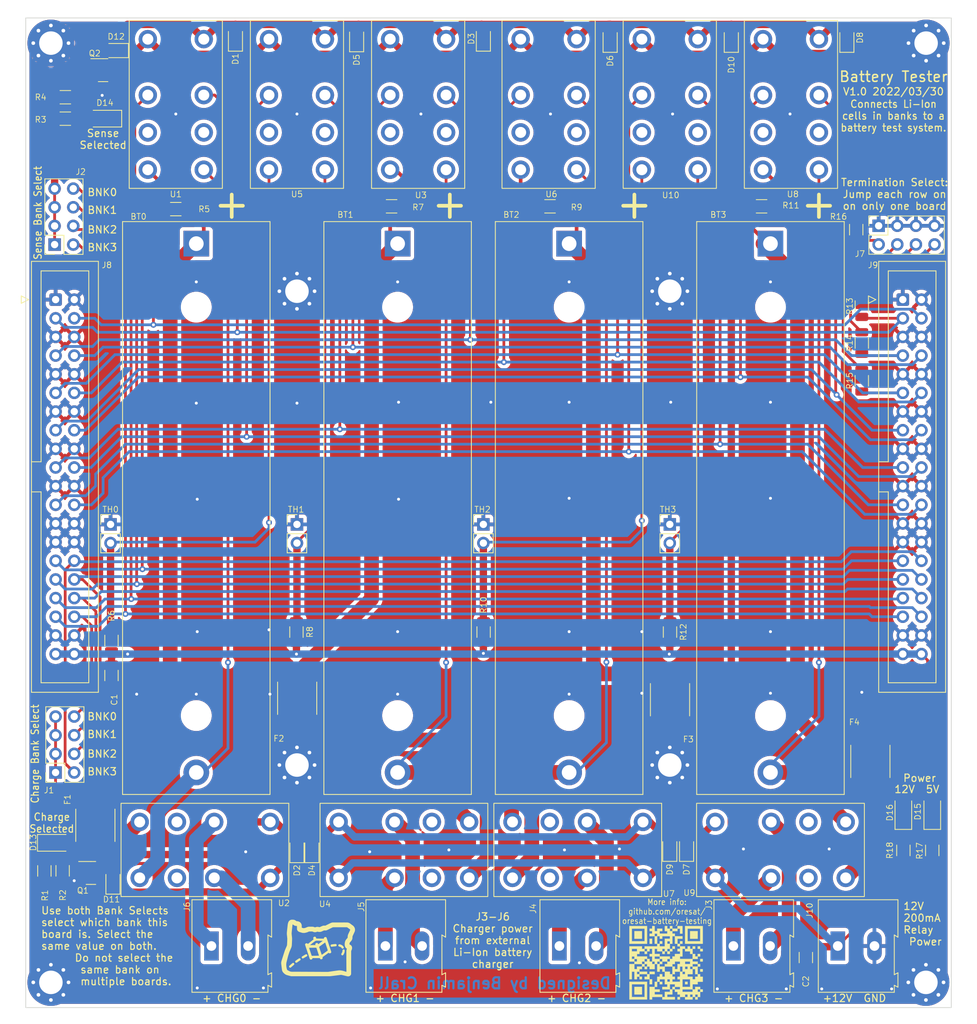
<source format=kicad_pcb>
(kicad_pcb (version 20211014) (generator pcbnew)
  (title_block (title "Battery Test Board") (rev "1.0") (company "Portaland State Aerospace Society") (comment 1 "For testing batteries for satelites"))
  (layers (0 "F.Cu" signal) (31 "B.Cu" signal) (34 "B.Paste" user) (35 "F.Paste" user) (36 "B.SilkS" user "B.Silkscreen") (37 "F.SilkS" user "F.Silkscreen") (38 "B.Mask" user) (39 "F.Mask" user) (44 "Edge.Cuts" user))
  (net 0 "")
  (net 1 "Net-(BT0-Pad1)")
  (net 2 "Net-(BT0-Pad2)")
  (net 3 "Net-(BT1-Pad1)")
  (net 4 "Net-(BT1-Pad2)")
  (net 5 "Net-(BT2-Pad1)")
  (net 6 "Net-(BT2-Pad2)")
  (net 7 "Net-(BT3-Pad1)")
  (net 8 "Net-(BT3-Pad2)")
  (net 9 "+5V")
  (net 10 "GND")
  (net 11 "Net-(D13-Pad1)")
  (net 12 "Net-(D13-Pad2)")
  (net 13 "Net-(F1-Pad2)")
  (net 14 "Net-(F2-Pad2)")
  (net 15 "Net-(F3-Pad2)")
  (net 16 "Net-(F4-Pad2)")
  (net 17 "bank_0c")
  (net 18 "bank_1c")
  (net 19 "bank_2c")
  (net 20 "bank_3c")
  (net 21 "bank_0m")
  (net 22 "bank_1m")
  (net 23 "bank_2m")
  (net 24 "bank_3m")
  (net 25 "charge_3+")
  (net 26 "charge_3-")
  (net 27 "charge_2+")
  (net 28 "charge_2-")
  (net 29 "charge_1+")
  (net 30 "charge_1-")
  (net 31 "charge_0+")
  (net 32 "charge_0-")
  (net 33 "batt_0+")
  (net 34 "batt_1+")
  (net 35 "batt_2+")
  (net 36 "batt_3+")
  (net 37 "batt_0t")
  (net 38 "batt_2t")
  (net 39 "batt_3t")
  (net 40 "batt_1t")
  (net 41 "batt_3-")
  (net 42 "batt_2-")
  (net 43 "batt_1-")
  (net 44 "batt_0-")
  (net 45 "relay_c")
  (net 46 "relay_s")
  (net 47 "Net-(R5-Pad2)")
  (net 48 "Net-(R7-Pad2)")
  (net 49 "Net-(R9-Pad2)")
  (net 50 "Net-(R11-Pad2)")
  (net 51 "Net-(R8-Pad1)")
  (net 52 "Net-(D14-Pad2)")
  (net 53 "Net-(J2-Pad1)")
  (net 54 "Net-(R6-Pad2)")
  (net 55 "Net-(R10-Pad2)")
  (net 56 "Net-(R12-Pad1)")
  (net 57 "+12V")
  (net 78 "Net-(J7-Pad4)")
  (net 79 "Net-(J7-Pad6)")
  (net 80 "Net-(J7-Pad8)")
  (net 81 "Net-(J7-Pad2)")
  (net 82 "Net-(D15-Pad1)")
  (net 83 "Net-(D16-Pad1)")
  (footprint "Resistor_SMD:R_1206_3216Metric" (layer "F.Cu") (at 30.3553 141.9232 90)
    (fp_text reference "R1")
    (fp_text value "4k7")
  )
  (footprint "relay:relay-dpdt-.3in" (layer "F.Cu") (at 65.373 137.795 90)
    (fp_text reference "U4")
    (fp_text value "relay")
  )
  (footprint "Resistor_SMD:R_1206_3216Metric" (layer "F.Cu") (at 141.732 65.024 90)
    (fp_text reference "R13")
    (fp_text value "1M")
  )
  (footprint "Package_TO_SOT_SMD:SOT-23" (layer "F.Cu") (at 36.7 142.2)
    (fp_text reference "Q1")
    (fp_text value "mosfet")
  )
  (footprint "TerminalBlock:TerminalBlock_Altech_AK300-2_P5.00mm" (layer "F.Cu") (at 100.528332 152.146)
    (fp_text reference "J4")
    (fp_text value "Screw_Terminal_01x02")
  )
  (footprint "Fuse:Fuse_2920_7451Metric" (layer "F.Cu") (at 142.9 127.0125 -90)
    (fp_text reference "F4")
    (fp_text value "Polyfuse 2A")
  )
  (footprint "LED_SMD:LED_1206_3216Metric" (layer "F.Cu") (at 38.605 39.497 180)
    (fp_text reference "D14")
    (fp_text value "Amber")
  )
  (footprint "thermister:thermister-solderin" (layer "F.Cu") (at 39.818 92.71)
    (fp_text reference "TH0")
    (fp_text value "Thermistor")
  )
  (footprint "relay:relay-dpdt-.3in" (layer "F.Cu") (at 116.999 140.335 -90)
    (fp_text reference "U7")
    (fp_text value "relay")
  )
  (footprint "Battery:BatteryHolder_MPD_BH-18650-PC2" (layer "F.Cu") (at 78.486 56.515 -90)
    (fp_text reference "BT1")
    (fp_text value "battery")
  )
  (footprint "Connector_IDC:IDC-Header_2x20_P2.54mm_Vertical" (layer "F.Cu") (at 31.8865 64.135)
    (fp_text reference "J8")
    (fp_text value "connector")
  )
  (footprint "relay:relay-dpdt-.3in" (layer "F.Cu") (at 116.681 137.795 90)
    (fp_text reference "U9")
    (fp_text value "relay")
  )
  (footprint "Resistor_SMD:R_1206_3216Metric" (layer "F.Cu") (at 33.2085 39.497)
    (fp_text reference "R3")
    (fp_text value "4k7")
  )
  (footprint "Resistor_SMD:R_1206_3216Metric" (layer "F.Cu") (at 141.732 70.0425 90)
    (fp_text reference "R14")
    (fp_text value "1M")
  )
  (footprint "MountingHole:MountingHole_3.2mm_M3_Pad_Via" (layer "F.Cu") (at 150.495 29.21)
    (fp_text reference "H2" hide)
    (fp_text value "MountingHole_Pad")
  )
  (footprint "MountingHole:MountingHole_3.2mm_M3_Pad_Via" (layer "F.Cu") (at 150.4696 157.099)
    (fp_text reference "H4" hide)
    (fp_text value "MountingHole_Pad")
  )
  (footprint "MountingHole:MountingHole_3.2mm_M3_Pad_Via" (layer "F.Cu") (at 31.242 29.21)
    (fp_text reference "H1" hide)
    (fp_text value "MountingHole_Pad")
  )
  (footprint "Resistor_SMD:R_1206_3216Metric" (layer "F.Cu") (at 90.2 109.4 90)
    (fp_text reference "R10")
    (fp_text value "510k")
  )
  (footprint "Diode_SMD:D_0805_2012Metric" (layer "F.Cu") (at 72.898 28.702 90)
    (fp_text reference "D5")
    (fp_text value "diode")
  )
  (footprint "Resistor_SMD:R_1206_3216Metric" (layer "F.Cu") (at 32.8445 141.9085 -90)
    (fp_text reference "R2")
    (fp_text value "10K")
  )
  (footprint "relay:relay-dpdt-.3in" (layer "F.Cu") (at 66.04 23.59)
    (fp_text reference "U5")
    (fp_text value "relay")
  )
  (footprint "Diode_SMD:D_0805_2012Metric" (layer "F.Cu") (at 115.57 138.938 90)
    (fp_text reference "D9")
    (fp_text value "diode")
  )
  (footprint "Connector_PinSocket_2.54mm:PinSocket_2x04_P2.54mm_Vertical" (layer "F.Cu") (at 144.028 54.082 90)
    (fp_text reference "J7")
    (fp_text value "Conn_02x04_Odd_Even")
  )
  (footprint "Fuse:Fuse_2920_7451Metric" (layer "F.Cu") (at 115.6 118.6125 -90)
    (fp_text reference "F3")
    (fp_text value "Polyfuse 2A")
  )
  (footprint "Resistor_SMD:R_1206_3216Metric" (layer "F.Cu") (at 48.26 51.816 180)
    (fp_text reference "R5")
    (fp_text value "470")
  )
  (footprint "Resistor_SMD:R_1206_3216Metric" (layer "F.Cu") (at 39.497 110.5515 90)
    (fp_text reference "R6")
    (fp_text value "510k")
  )
  (footprint "LED_SMD:LED_1206_3216Metric" (layer "F.Cu") (at 31.6985 138.0985)
    (fp_text reference "D13")
    (fp_text value "Amber")
  )
  (footprint "relay:relay-dpdt-.3in" (layer "F.Cu") (at 66.199 140.335 -90)
    (fp_text reference "U2")
    (fp_text value "relay")
  )
  (footprint "Battery:BatteryHolder_MPD_BH-18650-PC2" (layer "F.Cu") (at 51.054 56.515 -90)
    (fp_text reference "BT0")
    (fp_text value "battery")
  )
  (footprint "thermister:thermister-solderin" (layer "F.Cu") (at 90.618 92.71)
    (fp_text reference "TH2")
    (fp_text value "Thermistor")
  )
  (footprint "Connector_PinSocket_2.54mm:PinSocket_2x04_P2.54mm_Vertical" (layer "F.Cu") (at 31.75 56.642 180)
    (fp_text reference "J2")
    (fp_text value "Conn_02x04_Odd_Even")
  )
  (footprint "Resistor_SMD:R_1206_3216Metric" (layer "F.Cu") (at 128.0775 51.435)
    (fp_text reference "R11")
    (fp_text value "470")
  )
  (footprint "Resistor_SMD:R_1206_3216Metric" (layer "F.Cu") (at 141.732 75.184 90)
    (fp_text reference "R15")
    (fp_text value "1M")
  )
  (footprint "TerminalBlock:TerminalBlock_Altech_AK300-2_P5.00mm" (layer "F.Cu") (at 53.115 152.146)
    (fp_text reference "J6")
    (fp_text value "Screw_Terminal_01x02")
  )
  (footprint "Diode_SMD:D_0805_2012Metric" (layer "F.Cu") (at 107.442 28.7805 90)
    (fp_text reference "D6")
    (fp_text value "diode")
  )
  (footprint "Capacitor_SMD:C_1206_3216Metric" (layer "F.Cu") (at 39.497 115.316 -90)
    (fp_text reference "C1")
    (fp_text value "10u")
  )
  (footprint "Resistor_SMD:R_1206_3216Metric" (layer "F.Cu") (at 99.2525 51.435 180)
    (fp_text reference "R9")
    (fp_text value "470")
  )
  (footprint "Package_TO_SOT_SMD:SOT-23" (layer "F.Cu") (at 38.354 32.893)
    (fp_text reference "Q2")
    (fp_text value "mosfet")
  )
  (footprint "MountingHole:MountingHole_3.2mm_M3_Pad_Via" (layer "F.Cu") (at 115.57 62.992)
    (fp_text reference "H6" hide)
    (fp_text value "MountingHole_Pad")
  )
  (footprint "Fuse:Fuse_2920_7451Metric" (layer "F.Cu") (at 64.8 118.4125 -90)
    (fp_text reference "F2")
    (fp_text value "Polyfuse 2A")
  )
  (footprint "relay:relay-dpdt-.3in" (layer "F.Cu") (at 133.35 23.59)
    (fp_text reference "U8")
    (fp_text value "relay")
  )
  (footprint "Connector_IDC:IDC-Header_2x20_P2.54mm_Vertical" (layer "F.Cu") (at 147.32 64.135)
    (fp_text reference "J9")
    (fp_text value "connector")
  )
  (footprint "MountingHole:MountingHole_3.2mm_M3_Pad_Via" (layer "F.Cu") (at 64.77 127.508)
    (fp_text reference "H7" hide)
    (fp_text value "MountingHole_Pad")
  )
  (footprint "Diode_SMD:D_0805_2012Metric" (layer "F.Cu") (at 117.856 138.938 90)
    (fp_text reference "D7")
    (fp_text value "diode")
  )
  (footprint "Diode_SMD:D_0805_2012Metric" (layer "F.Cu") (at 56.388 28.6235 90)
    (fp_text reference "D1")
    (fp_text value "diode")
  )
  (footprint "LED_SMD:LED_1206_3216Metric" (layer "F.Cu") (at 151.3332 133.988 90)
    (fp_text reference "D15")
    (fp_text value "Green")
  )
  (footprint "Battery:BatteryHolder_MPD_BH-18650-PC2" (layer "F.Cu") (at 101.854 56.515 -90)
    (fp_text reference "BT2")
    (fp_text value "battery")
  )
  (footprint "MountingHole:MountingHole_3.2mm_M3_Pad_Via" (layer "F.Cu") (at 31.242 157.099)
    (fp_text reference "H3" hide)
    (fp_text value "MountingHole_Pad")
  )
  (footprint "Resistor_SMD:R_1206_3216Metric" (layer "F.Cu") (at 147.3962 139.1305 -90)
    (fp_text reference "R18")
    (fp_text value "10K")
  )
  (footprint "Resistor_SMD:R_1206_3216Metric" (layer "F.Cu") (at 77.6625 51.435)
    (fp_text reference "R7")
    (fp_text value "470")
  )
  (footprint "Diode_SMD:D_0805_2012Metric" (layer "F.Cu") (at 123.952 28.7805 90)
    (fp_text reference "D10")
    (fp_text value "diode")
  )
  (footprint "MountingHole:MountingHole_3.2mm_M3_Pad_Via" (layer "F.Cu") (at 64.77 62.992)
    (fp_text reference "H5" hide)
    (fp_text value "MountingHole_Pad")
  )
  (footprint "relay:relay-dpdt-.3in" (layer "F.Cu") (at 49.53 23.59)
    (fp_text reference "U1")
    (fp_text value "relay")
  )
  (footprint "TerminalBlock:TerminalBlock_Altech_AK300-2_P5.00mm" (layer "F.Cu") (at 138.459 152.146)
    (fp_text reference "J10")
    (fp_text value "Screw_Terminal_01x02")
  )
  (footprint "LED_SMD:LED_1206_3216Metric" (layer "F.Cu") (at 147.3962 133.988 90)
    (fp_text reference "D16")
    (fp_text value "Green")
  )
  (footprint "TerminalBlock:TerminalBlock_Altech_AK300-2_P5.00mm" (layer "F.Cu") (at 76.821666 152.146)
    (fp_text reference "J5")
    (fp_text value "Screw_Terminal_01x02")
  )
  (footprint "Fuse:Fuse_2920_7451Metric" (layer "F.Cu") (at 37.3 135.7125 -90)
    (fp_text reference "F1")
    (fp_text value "Polyfuse 2A")
  )
  (footprint "oresat-logo:github-oresat-battery-testing-qr" (layer "F.Cu") (at 115.062 154.432)
    (fp_text reference "REF**" hide)
    (fp_text value "github-oresat-battery-testing-qr")
  )
  (footprint "Resistor_SMD:R_1206_3216Metric" (layer "F.Cu") (at 115.6 109.4 -90)
    (fp_text reference "R12")
    (fp_text value "510k")
  )
  (footprint "Resistor_SMD:R_1206_3216Metric" (layer "F.Cu") (at 151.3332 139.1305 -90)
    (fp_text reference "R17")
    (fp_text value "4k7")
  )
  (footprint "thermister:thermister-solderin" (layer "F.Cu") (at 116.018 92.71)
    (fp_text reference "TH3")
    (fp_text value "Thermistor")
  )
  (footprint "thermister:thermister-solderin" (layer "F.Cu") (at 65.218 92.71)
    (fp_text reference "TH1")
    (fp_text value "Thermistor")
  )
  (footprint "Diode_SMD:D_0805_2012Metric" (layer "F.Cu") (at 90.17 28.6235 90)
    (fp_text reference "D3")
    (fp_text value "diode")
  )
  (footprint "Connector_PinSocket_2.54mm:PinSocket_2x04_P2.54mm_Vertical" (layer "F.Cu") (at 31.877 128.524 180)
    (fp_text reference "J1")
    (fp_text value "Conn_02x04_Odd_Even")
  )
  (footprint "Battery:BatteryHolder_MPD_BH-18650-PC2" (layer "F.Cu") (at 129.286 56.515 -90)
    (fp_text reference "BT3")
    (fp_text value "battery")
  )
  (footprint "Resistor_SMD:R_1206_3216Metric" (layer "F.Cu") (at 64.7 109.4 -90)
    (fp_text reference "R8")
    (fp_text value "510k")
  )
  (footprint "TerminalBlock:TerminalBlock_Altech_AK300-2_P5.00mm" (layer "F.Cu") (at 124.235 152.146)
    (fp_text reference "J3")
    (fp_text value "Screw_Terminal_01x02")
  )
  (footprint "relay:relay-dpdt-.3in" (layer "F.Cu") (at 116.84 23.59)
    (fp_text reference "U10")
    (fp_text value "relay")
  )
  (footprint "MountingHole:MountingHole_3.2mm_M3_Pad_Via" (layer "F.Cu") (at 115.57 127.508)
    (fp_text reference "H8" hide)
    (fp_text value "MountingHole_Pad")
  )
  (footprint "Diode_SMD:D_0805_2012Metric" (layer "F.Cu") (at 64.77 139.1135 90)
    (fp_text reference "D2")
    (fp_text value "diode")
  )
  (footprint "Resistor_SMD:R_1206_3216Metric" (layer "F.Cu") (at 33.2125 36.576)
    (fp_text reference "R4")
    (fp_text value "10K")
  )
  (footprint "Resistor_SMD:R_1206_3216Metric" (layer "F.Cu") (at 140.97 54.61 90)
    (fp_text reference "R16")
    (fp_text value "1M")
  )
  (footprint "Diode_SMD:D_0805_2012Metric" (layer "F.Cu") (at 39.7 143.4 90)
    (fp_text reference "D11")
    (fp_text value "diode")
  )
  (footprint "Diode_SMD:D_0805_2012Metric" (layer "F.Cu") (at 40.132 30.226 180)
    (fp_text reference "D12")
    (fp_text value "diode")
  )
  (footprint "Diode_SMD:D_0805_2012Metric" (layer "F.Cu") (at 66.802 139.1135 90)
    (fp_text reference "D4")
    (fp_text value "diode")
  )
  (footprint "Capacitor_SMD:C_1206_3216Metric" (layer "F.Cu") (at 134.112 153.719 -90)
    (fp_text reference "C2")
    (fp_text value "10u")
  )
  (footprint "relay:relay-dpdt-.3in" (layer "F.Cu") (at 100.33 23.59)
    (fp_text reference "U6")
    (fp_text value "relay")
  )
  (footprint "relay:relay-dpdt-.3in" (layer "F.Cu") (at 82.55 23.59)
    (fp_text reference "U3")
    (fp_text value "relay")
  )
  (footprint "Diode_SMD:D_0805_2012Metric" (layer "F.Cu") (at 139.7 28.7805 90)
    (fp_text reference "D8")
    (fp_text value "diode")
  )
  (footprint "oresat-logo:logo-small" (layer "F.Cu") (at 67.564 152.146)
    (fp_text reference "REF**" hide)
    (fp_text value "logo-small")
  )
  (gr_rect (start 27.813 25.781) (end 153.924 160.528) (layer "Edge.Cuts") (width 0.1) (fill none))
  (gr_text "Designed by Benjamin Crall" (at 91.694 157.226) (layer "B.Cu") (effects (font (size 1.5 1.5) (thickness 0.3)) (justify mirror)))
  (gr_text "Battery Tester" (at 146.05 33.782) (layer "F.SilkS") (effects (font (size 1.4 1.4) (thickness 0.2))))
  (gr_text "+ CHG2 -" (at 102.87 159.258) (layer "F.SilkS") (effects (font (size 1 1))))
  (gr_text "More info:\ngithub.com/oresat/\noresat-battery-testing" (at 115.189 147.447) (layer "F.SilkS") (effects (font (size 0.8 0.7) (thickness 0.1))))
  (gr_text "+" (at 135.89 51.054) (layer "F.SilkS") (effects (font (size 4 4) (thickness 0.5))))
  (gr_text "Charge Bank Select" (at 29.083 125.984 90) (layer "F.SilkS") (effects (font (size 1 0.9))))
  (gr_text "BNK1" (at 38.227 123.317) (layer "F.SilkS") (effects (font (size 1 1))))
  (gr_text "BNK2" (at 38.247 54.61) (layer "F.SilkS") (effects (font (size 1 1))))
  (gr_text "+" (at 110.744 51.054) (layer "F.SilkS") (effects (font (size 4 4) (thickness 0.5))))
  (gr_text "Sense Bank Select" (at 29.464 52.324 90) (layer "F.SilkS") (effects (font (size 1 0.9))))
  (gr_text "Sense\nSelected" (at 38.354 42.291) (layer "F.SilkS") (effects (font (size 1 1))))
  (gr_text "\n12V\n200mA\nRelay \n Power" (at 147.32 148.336) (layer "F.SilkS") (effects (font (size 1 1)) (justify left)))
  (gr_text "J3-J6\nCharger power\nfrom external\nLi-Ion battery\ncharger" (at 91.44 151.384) (layer "F.SilkS") (effects (font (size 1 1))))
  (gr_text "+ CHG0 -" (at 55.88 159.258) (layer "F.SilkS") (effects (font (size 1 1))))
  (gr_text "BNK0" (at 38.247 49.53) (layer "F.SilkS") (effects (font (size 1 1))))
  (gr_text "5V" (at 151.384 130.81) (layer "F.SilkS") (effects (font (size 1 1))))
  (gr_text "Connects Li-Ion\ncells in banks to a\nbattery test system.\n" (at 146.05 39.116) (layer "F.SilkS") (effects (font (size 1 0.95))))
  (gr_text "BNK0" (at 38.227 120.904) (layer "F.SilkS") (effects (font (size 1 1))))
  (gr_text "Charge\nSelected" (at 31.369 135.382) (layer "F.SilkS") (effects (font (size 1 0.95))))
  (gr_text "+12V" (at 138.43 159.258) (layer "F.SilkS") (effects (font (size 1 1))))
  (gr_text "GND" (at 143.51 159.258) (layer "F.SilkS") (effects (font (size 1 1))))
  (gr_text "+ CHG1 -" (at 79.502 159.258) (layer "F.SilkS") (effects (font (size 1 1))))
  (gr_text "+" (at 85.598 51.054) (layer "F.SilkS") (effects (font (size 4 4) (thickness 0.5))))
  (gr_text "12V" (at 147.574 130.81) (layer "F.SilkS") (effects (font (size 1 1))))
  (gr_text "BNK3" (at 38.247 57.023) (layer "F.SilkS") (effects (font (size 1 1))))
  (gr_text "Termination Select:\nJump each row on\non only one board" (at 146.2024 49.784) (layer "F.SilkS") (effects (font (size 1 1))))
  (gr_text "Power" (at 149.606 129.286) (layer "F.SilkS") (effects (font (size 1 1))))
  (gr_text "+ CHG3 -" (at 127 159.258) (layer "F.SilkS") (effects (font (size 1 1))))
  (gr_text "V1.0 2022/03/30" (at 146.05 35.814) (layer "F.SilkS") (effects (font (size 1 1))))
  (gr_text "Use both Bank Selects\nselect which bank this\nboard is. Select the\nsame value on both.\n      Do not select the\n       same bank on\n       multiple boards." (at 29.845 152.146) (layer "F.SilkS") (effects (font (size 1 1)) (justify left)))
  (gr_text "BNK1" (at 38.247 51.943) (layer "F.SilkS") (effects (font (size 1 1))))
  (gr_text "BNK2" (at 38.227 125.984) (layer "F.SilkS") (effects (font (size 1 1))))
  (gr_text "BNK3" (at 38.227 128.397) (layer "F.SilkS") (effects (font (size 1 1))))
  (gr_text "+" (at 55.88 51.054) (layer "F.SilkS") (effects (font (size 4 4) (thickness 0.5))))
  (segment (start 52.07 54.225) (end 52.07 56.515) (width 0.5) (layer "F.Cu") (net 1))
  (segment (start 51.054 56.515) (end 47.498 60.071) (width 2) (layer "F.Cu") (net 1))
  (segment (start 49.7225 51.8775) (end 52.07 54.225) (width 0.5) (layer "F.Cu") (net 1))
  (segment (start 47.498 122.127) (end 37.3 132.325) (width 2) (layer "F.Cu") (net 1))
  (segment (start 49.7225 51.816) (end 49.7225 51.8775) (width 0.5) (layer "F.Cu") (net 1))
  (segment (start 47.498 60.071) (end 47.498 122.127) (width 2) (layer "F.Cu") (net 1))
  (segment (start 55.372 49.752) (end 55.372 113.538) (width 0.375) (layer "F.Cu") (net 2))
  (segment (start 52.07 46.45) (end 55.372 49.752) (width 0.375) (layer "F.Cu") (net 2))
  (via (at 55.372 113.538) (size 0.8) (drill 0.4) (layers "F.Cu" "B.Cu") (net 2))
  (segment (start 45.788511 140.425489) (end 45.788511 133.780489) (width 2) (layer "B.Cu") (net 2))
  (segment (start 55.372 113.538) (end 55.372 125.213) (width 0.375) (layer "B.Cu") (net 2))
  (segment (start 45.788511 133.780489) (end 51.054 128.515) (width 2) (layer "B.Cu") (net 2))
  (segment (start 43.339 142.875) (end 45.788511 140.425489) (width 2) (layer "B.Cu") (net 2))
  (segment (start 43.1 143.05) (end 43.275 142.875) (width 1) (layer "B.Cu") (net 2))
  (segment (start 55.372 125.213) (end 52.07 128.515) (width 0.375) (layer "B.Cu") (net 2))
  (segment (start 74.93 60.071) (end 78.486 56.515) (width 2) (layer "F.Cu") (net 3))
  (segment (start 64.8 115.025) (end 74.93 104.895) (width 2) (layer "F.Cu") (net 3))
  (segment (start 74.93 104.895) (end 74.93 60.071) (width 2) (layer "F.Cu") (net 3))
  (segment (start 77.47 52.705) (end 77.47 56.515) (width 0.5) (layer "F.Cu") (net 3))
  (segment (start 76.2 51.435) (end 77.47 52.705) (width 0.5) (layer "F.Cu") (net 3))
  (segment (start 78.486 128.515) (end 81.62 128.515) (width 2) (layer "F.Cu") (net 4))
  (segment (start 85.09 46.45) (end 85.09 113.538) (width 0.375) (layer "F.Cu") (net 4))
  (segment (start 81.62 128.515) (end 88.233 135.128) (width 2) (layer "F.Cu") (net 4))
  (via (at 85.09 113.538) (size 0.8) (drill 0.4) (layers "F.Cu" "B.Cu") (net 4))
  (segment (start 85.09 113.538) (end 85.09 120.895) (width 0.375) (layer "B.Cu") (net 4))
  (segment (start 85.09 120.895) (end 77.47 128.515) (width 0.375) (layer "B.Cu") (net 4))
  (segment (start 105.156 113.983551) (end 106.27146 115.099011) (width 2) (layer "F.Cu") (net 5))
  (segment (start 105.156 59.817) (end 105.156 113.983551) (width 2) (layer "F.Cu") (net 5))
  (segment (start 102.87 53.59) (end 102.87 56.515) (width 0.5) (layer "F.Cu") (net 5))
  (segment (start 106.27146 115.099011) (end 115.474011 115.099011) (width 2) (layer "F.Cu") (net 5))
  (segment (start 100.715 51.435) (end 102.87 53.59) (width 0.5) (layer "F.Cu") (net 5))
  (segment (start 101.854 56.515) (end 105.156 59.817) (width 2) (layer "F.Cu") (net 5))
  (segment (start 115.474011 115.099011) (end 115.6 115.225) (width 2) (layer "F.Cu") (net 5))
  (segment (start 105.007011 48.619011) (end 105.007011 48.587011) (width 0.375) (layer "F.Cu") (net 6))
  (segment (start 94.012 132.302) (end 94.012 135.255) (width 2) (layer "F.Cu") (net 6))
  (segment (start 97.799 128.515) (end 94.012 132.302) (width 2) (layer "F.Cu") (net 6))
  (segment (start 106.934 113.4995) (end 106.934 50.546) (width 0.375) (layer "F.Cu") (net 6))
  (segment (start 101.854 128.515) (end 97.799 128.515) (width 2) (layer "F.Cu") (net 6))
  (segment (start 106.934 50.546) (end 105.007011 48.619011) (width 0.375) (layer "F.Cu") (net 6))
  (segment (start 105.007011 48.587011) (end 102.87 46.45) (width 0.375) (layer "F.Cu") (net 6))
  (via (at 106.934 113.4995) (size 0.8) (drill 0.4) (layers "F.Cu" "B.Cu") (net 6))
  (segment (start 106.934 113.4995) (end 106.934 124.451) (width 0.375) (layer "B.Cu") (net 6))
  (segment (start 106.934 124.451) (end 102.87 128.515) (width 0.375) (layer "B.Cu") (net 6))
  (segment (start 128.27 56.515) (end 132.969 61.214) (width 2) (layer "F.Cu") (net 7))
  (segment (start 132.969 61.214) (end 132.969 121.158) (width 2) (layer "F.Cu") (net 7))
  (segment (start 128.27 55.88) (end 128.27 56.515) (width 0.5) (layer "F.Cu") (net 7))
  (segment (start 126.615 51.435) (end 126.615 54.225) (width 0.5) (layer "F.Cu") (net 7))
  (segment (start 126.615 54.225) (end 128.27 55.88) (width 0.5) (layer "F.Cu") (net 7))
  (segment (start 132.969 121.158) (end 135.436 123.625) (width 2) (layer "F.Cu") (net 7))
  (segment (start 135.436 123.625) (end 142.9 123.625) (width 2) (layer "F.Cu") (net 7))
  (segment (start 135.89 113.538) (end 135.89 46.45) (width 0.375) (layer "F.Cu") (net 8))
  (segment (start 129.286 128.515) (end 132.801 128.515) (width 2) (layer "F.Cu") (net 8))
  (segment (start 132.801 128.515) (end 139.541 135.255) (width 2) (layer "F.Cu") (net 8))
  (via (at 135.89 113.538) (size 0.8) (drill 0.4) (layers "F.Cu" "B.Cu") (net 8))
  (segment (start 135.89 120.895) (end 128.27 128.515) (width 0.375) (layer "B.Cu") (net 8))
  (segment (start 135.89 113.538) (end 135.89 120.895) (width 0.375) (layer "B.Cu") (net 8))
  (segment (start 90.2 110.8625) (end 90.17 110.8925) (width 1) (layer "F.Cu") (net 9))
  (segment (start 64.7 111.225) (end 64.7 112.4) (width 1) (layer "F.Cu") (net 9))
  (segment (start 39.8 112.4) (end 41.7 112.4) (width 1) (layer "F.Cu") (net 9))
  (segment (start 149.86 112.395) (end 150.6982 113.2332) (width 0.375) (layer "F.Cu") (net 9))
  (segment (start 150.6982 113.2332) (end 150.6982 131.953) (width 0.375) (layer "F.Cu") (net 9))
  (segment (start 39.497 112.703) (end 39.8 112.4) (width 1) (layer "F.Cu") (net 9))
  (segment (start 115.57 110.8925) (end 115.6 110.8625) (width 1) (layer "F.Cu") (net 9))
  (segment (start 39.497 112.903) (end 39.497 112.703) (width 1) (layer "F.Cu") (net 9))
  (segment (start 39.497 112.014) (end 39.497 112.903) (width 1) (layer "F.Cu") (net 9))
  (segment (start 115.5 112.4) (end 115.57 112.33) (width 1) (layer "F.Cu") (net 9))
  (segment (start 39.497 112.903) (end 39.497 113.841) (width 1) (layer "F.Cu") (net 9))
  (segment (start 115.57 112.33) (end 115.57 110.8925) (width 1) (layer "F.Cu") (net 9))
  (segment (start 150.6982 131.953) (end 151.3332 132.588) (width 0.375) (layer "F.Cu") (net 9))
  (segment (start 90.17 110.8925) (end 90.17 112.3) (width 1) (layer "F.Cu") (net 9))
  (via (at 90.17 112.3) (size 0.8) (drill 0.4) (layers "F.Cu" "B.Cu") (net 9))
  (via (at 41.7 112.4) (size 0.8) (drill 0.4) (layers "F.Cu" "B.Cu") (net 9))
  (via (at 115.5 112.4) (size 0.8) (drill 0.4) (layers "F.Cu" "B.Cu") (net 9))
  (via (at 64.7 112.4) (size 0.8) (drill 0.4) (layers "F.Cu" "B.Cu") (net 9))
  (segment (start 115.5 112.4) (end 115.505 112.395) (width 1) (layer "B.Cu") (net 9))
  (segment (start 147.32 112.395) (end 149.10598 112.395) (width 1) (layer "B.Cu") (net 9))
  (segment (start 41.7 112.4) (end 41.695 112.395) (width 1) (layer "B.Cu") (net 9))
  (segment (start 115.505 112.395) (end 147.32 112.395) (width 1) (layer "B.Cu") (net 9))
  (segment (start 90.17 112.3) (end 90.07 112.4) (width 1) (layer "B.Cu") (net 9))
  (segment (start 64.7 112.4) (end 41.7 112.4) (width 1) (layer "B.Cu") (net 9))
  (segment (start 115.5 112.4) (end 90.27 112.4) (width 1) (layer "B.Cu") (net 9))
  (segment (start 41.695 112.395) (end 31.8865 112.395) (width 1) (layer "B.Cu") (net 9))
  (segment (start 90.27 112.4) (end 90.17 112.3) (width 1) (layer "B.Cu") (net 9))
  (segment (start 90.07 112.4) (end 64.7 112.4) (width 1) (layer "B.Cu") (net 9))
  (segment (start 30.3553 143.3857) (end 32.8298 143.3857) (width 1) (layer "F.Cu") (net 10))
  (segment (start 32.8298 143.3857) (end 32.8445 143.371) (width 1) (layer "F.Cu") (net 10))
  (segment (start 147.066 97.409) (end 147.32 97.155) (width 0.375) (layer "F.Cu") (net 10))
  (via (at 122.047 157.988) (size 0.8) (drill 0.4) (layers "F.Cu" "B.Cu") (net 10))
  (via (at 51.181 91.313) (size 0.8) (drill 0.4) (layers "F.Cu" "B.Cu") (net 10))
  (via (at 51.181 157.861) (size 0.8) (drill 0.4) (layers "F.Cu" "B.Cu") (net 10))
  (via (at 91.186 78.105) (size 0.8) (drill 0.4) (layers "F.Cu" "B.Cu") (net 10))
  (via (at 101.854 91.186) (size 0.8) (drill 0.4) (layers "F.Cu" "B.Cu") (net 10))
  (via (at 64.77 78.232) (size 0.8) (drill 0.4) (layers "F.Cu" "B.Cu") (net 10))
  (via (at 101.854 117.856) (size 0.8) (drill 0.4) (layers "F.Cu" "B.Cu") (net 10))
  (via (at 48.26 38.862) (size 0.8) (drill 0.4) (layers "F.Cu" "B.Cu") (net 10))
  (via (at 137.287 138.938) (size 0.8) (drill 0.4) (layers "F.Cu" "B.Cu") (net 10))
  (via (at 85.471 139.065) (size 0.8) (drill 0.4) (layers "F.Cu" "B.Cu") (net 10))
  (via (at 74.676 139.319) (size 0.8) (drill 0.4) (layers "F.Cu" "B.Cu") (net 10))
  (via (at 108.712 138.938) (size 0.8) (drill 0.4) (layers "F.Cu" "B.Cu") (net 10))
  (via (at 60.96 109.093) (size 0.8) (drill 0.4) (layers "F.Cu" "B.Cu") (net 10))
  (via (at 60.198 157.861) (size 0.8) (drill 0.4) (layers "F.Cu" "B.Cu") (net 10))
  (via (at 145.796 157.988) (size 0.8) (drill 0.4) (layers "F.Cu" "B.Cu") (net 10))
  (via (at 129.286 109.347) (size 0.8) (drill 0.4) (layers "F.Cu" "B.Cu") (net 10))
  (via (at 129.286 91.186) (size 0.8) (drill 0.4) (layers "F.Cu" "B.Cu") (net 10))
  (via (at 115.697 78.105) (size 0.8) (drill 0.4) (layers "F.Cu" "B.Cu") (net 10))
  (via (at 129.286 61.722) (size 0.8) (drill 0.4) (layers "F.Cu" "B.Cu") (net 10))
  (via (at 131.445 157.988) (size 0.8) (drill 0.4) (layers "F.Cu" "B.Cu") (net 10))
  (via (at 111.76 109.347) (size 0.8) (drill 0.4) (layers "F.Cu" "B.Cu") (net 10))
  (via (at 38.227 36.322) (size 0.8) (drill 0.4) (layers "F.Cu" "B.Cu") (net 10))
  (via (at 136.271 157.988) (size 0.8) (drill 0.4) (layers "F.Cu" "B.Cu") (net 10))
  (via (at 78.613 91.313) (size 0.8) (drill 0.4) (layers "F.Cu" "B.Cu") (net 10))
  (via (at 129.286 117.729) (size 0.8) (drill 0.4) (layers "F.Cu" "B.Cu") (net 10))
  (via (at 51.181 109.347) (size 0.8) (drill 0.4) (layers "F.Cu" "B.Cu") (net 10))
  (via (at 103.251 154.432) (size 0.8) (drill 0.4) (layers "F.Cu" "B.Cu") (net 10))
  (via (at 78.486 109.347) (size 0.8) (drill 0.4) (layers "F.Cu" "B.Cu") (net 10))
  (via (at 79.502 154.305) (size 0.8) (drill 0.4) (layers "F.Cu" "B.Cu") (net 10))
  (via (at 64.77 38.862) (size 0.8) (drill 0.4) (layers "F.Cu" "B.Cu") (net 10))
  (via (at 78.486 61.722) (size 0.8) (drill 0.4) (layers "F.Cu" "B.Cu") (net 10))
  (via (at 125.603 138.938) (size 0.8) (drill 0.4) (layers "F.Cu" "B.Cu") (net 10))
  (via (at 42.926 117.856) (size 0.8) (drill 0.4) (layers "F.Cu" "B.Cu") (net 10))
  (via (at 101.854 109.347) (size 0.8) (drill 0.4) (layers "F.Cu" "B.Cu") (net 10))
  (via (at 34.417 143.256) (size 0.8) (drill 0.4) (layers "F.Cu" "B.Cu") (net 10))
  (via (at 129.286 78.105) (size 0.8) (drill 0.4) (layers "F.Cu" "B.Cu") (net 10))
  (via (at 51.054 117.856) (size 0.8) (drill 0.4) (layers "F.Cu" "B.Cu") (net 10))
  (via (at 57.785 139.319) (size 0.8) (drill 0.4) (layers "F.Cu" "B.Cu") (net 10))
  (via (at 74.803 157.861) (size 0.8) (drill 0.4) (layers "F.Cu" "B.Cu") (net 10))
  (via (at 51.054 61.722) (size 0.8) (drill 0.4) (layers "F.Cu" "B.Cu") (net 10))
  (via (at 51.054 78.232) (size 0.8) (drill 0.4) (layers "F.Cu" "B.Cu") (net 10))
  (via (at 78.486 117.856) (size 0.8) (drill 0.4) (layers "F.Cu" "B.Cu") (net 10))
  (via (at 61.087 117.856) (size 0.8) (drill 0.4) (layers "F.Cu" "B.Cu") (net 10))
  (via (at 81.661 38.862) (size 0.8) (drill 0.4) (layers "F.Cu" "B.Cu") (net 10))
  (via (at 99.314 38.862) (size 0.8) (drill 0.4) (layers "F.Cu" "B.Cu") (net 10))
  (via (at 131.953 38.862) (size 0.8) (drill 0.4) (layers "F.Cu" "B.Cu") (net 10))
  (via (at 101.219 139.065) (size 0.8) (drill 0.4) (layers "F.Cu" "B.Cu") (net 10))
  (via (at 101.854 61.722) (size 0.8) (drill 0.4) (layers "F.Cu" "B.Cu") (net 10))
  (via (at 141.732 117.602) (size 0.8) (drill 0.4) (layers "F.Cu" "B.Cu") (net 10))
  (via (at 111.76 117.729) (size 0.8) (drill 0.4) (layers "F.Cu" "B.Cu") (net 10))
  (via (at 115.951 38.862) (size 0.8) (drill 0.4) (layers "F.Cu" "B.Cu") (net 10))
  (via (at 101.854 78.105) (size 0.8) (drill 0.4) (layers "F.Cu" "B.Cu") (net 10))
  (via (at 78.613 78.105) (size 0.8) (drill 0.4) (layers "F.Cu" "B.Cu") (net 10))
  (segment (start 30.3553 138.1553) (end 30.2985 138.0985) (width 0.375) (layer "F.Cu") (net 11))
  (segment (start 30.3553 140.4607) (end 30.3553 138.1553) (width 0.375) (layer "F.Cu") (net 11))
  (segment (start 31.877 128.524) (end 31.877 136.877) (width 0.375) (layer "F.Cu") (net 12))
  (segment (start 32.8445 140.446) (end 33.6485 141.25) (width 0.375) (layer "F.Cu") (net 12))
  (segment (start 31.877 136.877) (end 33.0985 138.0985) (width 0.375) (layer "F.Cu") (net 12))
  (segment (start 33.6485 141.25) (end 35.7625 141.25) (width 0.375) (layer "F.Cu") (net 12))
  (segment (start 31.877 120.904) (end 31.877 128.524) (width 0.375) (layer "F.Cu") (net 12))
  (segment (start 33.0985 140.192) (end 32.8445 140.446) (width 0.375) (layer "F.Cu") (net 12))
  (segment (start 33.0985 138.0985) (end 33.0985 140.192) (width 0.375) (layer "F.Cu") (net 12))
  (segment (start 39.494 139.1) (end 43.339 135.255) (width 2) (layer "F.Cu") (net 13))
  (segment (start 37.3 139.1) (end 39.494 139.1) (width 2) (layer "F.Cu") (net 13))
  (segment (start 90.682511 129.982511) (end 90.682511 136.142622) (width 2) (layer "F.Cu") (net 14))
  (segment (start 90.682511 136.142622) (end 90.678 136.147133) (width 2) (layer "F.Cu") (net 14))
  (segment (start 73.8 124.1) (end 84.8 124.1) (width 2) (layer "F.Cu") (net 14))
  (segment (start 90.678 136.147133) (end 90.678 140.303) (width 2) (layer "F.Cu") (net 14))
  (segment (start 90.678 140.303) (end 88.233 142.748) (width 2) (layer "F.Cu") (net 14))
  (segment (start 84.8 124.1) (end 90.682511 129.982511) (width 2) (layer "F.Cu") (net 14))
  (segment (start 71.5 121.8) (end 73.8 124.1) (width 2) (layer "F.Cu") (net 14))
  (segment (start 64.8 121.8) (end 71.5 121.8) (width 2) (layer "F.Cu") (net 14))
  (segment (start 96.769489 133.608511) (end 96.769489 140.117511) (width 2) (layer "F.Cu") (net 15))
  (segment (start 96.769489 140.117511) (end 94.012 142.875) (width 2) (layer "F.Cu") (net 15))
  (segment (start 115.6 122) (end 113.433346 122) (width 2) (layer "F.Cu") (net 15))
  (segment (start 98.552 131.826) (end 96.769489 133.608511) (width 2) (layer "F.Cu") (net 15))
  (segment (start 113.433346 122) (end 103.607346 131.826) (width 2) (layer "F.Cu") (net 15))
  (segment (start 103.607346 131.826) (end 98.552 131.826) (width 2) (layer "F.Cu") (net 15))
  (segment (start 142.9 130.4) (end 142.9 139.516) (width 2) (layer "F.Cu") (net 16))
  (segment (start 142.9 139.516) (end 139.541 142.875) (width 2) (layer "F.Cu") (net 16))
  (segment (start 33.189489 100.932011) (end 33.189489 120.382112) (width 0.375) (layer "F.Cu") (net 17))
  (segment (start 33.147 127.254) (end 34.417 128.524) (width 0.375) (layer "F.Cu") (net 17))
  (segment (start 33.179989 127.286989) (end 34.417 128.524) (width 0.375) (layer "F.Cu") (net 17))
  (segment (start 33.179989 120.391612) (end 33.179989 127.286989) (width 0.375) (layer "F.Cu") (net 17))
  (segment (start 34.4265 99.695) (end 33.189489 100.932011) (width 0.375) (layer "F.Cu") (net 17))
  (segment (start 33.189489 120.382112) (end 33.179989 120.391612) (width 0.375) (layer "F.Cu") (net 17))
  (segment (start 149.41848 99.695) (end 149.41848 99.25348) (width 0.375) (layer "B.Cu") (net 17))
  (segment (start 148.622989 98.457989) (end 140.302011 98.457989) (width 0.375) (layer "B.Cu") (net 17))
  (segment (start 140.302011 98.457989) (end 138.938 99.822) (width 0.375) (layer "B.Cu") (net 17))
  (segment (start 138.938 99.822) (end 34.5535 99.822) (width 0.375) (layer "B.Cu") (net 17))
  (segment (start 149.41848 99.25348) (end 148.622989 98.457989) (width 0.375) (layer "B.Cu") (net 17))
  (segment (start 34.5535 99.822) (end 34.4265 99.695) (width 0.375) (layer "B.Cu") (net 17))
  (segment (start 37.946049 122.454951) (end 34.417 125.984) (width 0.375) (layer "F.Cu") (net 18))
  (segment (start 34.4265 102.235) (end 35.56 102.235) (width 0.375) (layer "F.Cu") (net 18))
  (segment (start 35.56 102.235) (end 37.946049 104.621049) (width 0.375) (layer "F.Cu") (net 18))
  (segment (start 37.946049 104.621049) (end 37.946049 122.454951) (width 0.375) (layer "F.Cu") (net 18))
  (segment (start 140.048011 100.997989) (end 139.192 101.854) (width 0.375) (layer "B.Cu") (net 18))
  (segment (start 149.41848 102.235) (end 149.41848 101.79348) (width 0.375) (layer "B.Cu") (net 18))
  (segment (start 149.41848 101.79348) (end 148.622989 100.997989) (width 0.375) (layer "B.Cu") (net 18))
  (segment (start 34.8075 101.854) (end 34.4265 102.235) (width 0.375) (layer "B.Cu") (net 18))
  (segment (start 148.622989 100.997989) (end 140.048011 100.997989) (width 0.375) (layer "B.Cu") (net 18))
  (segment (start 139.192 101.854) (end 34.8075 101.854) (width 0.375) (layer "B.Cu") (net 18))
  (segment (start 37.37153 120.48947) (end 34.417 123.444) (width 0.375) (layer "F.Cu") (net 19))
  (segment (start 35.56 104.775) (end 37.37153 106.58653) (width 0.375) (layer "F.Cu") (net 19))
  (segment (start 37.37153 106.58653) (end 37.37153 120.48947) (width 0.375) (layer "F.Cu") (net 19))
  (segment (start 34.4265 104.775) (end 35.56 104.775) (width 0.375) (layer "F.Cu") (net 19))
  (segment (start 148.622989 103.537989) (end 139.794011 103.537989) (width 0.375) (layer "B.Cu") (net 19))
  (segment (start 149.41848 104.33348) (end 148.622989 103.537989) (width 0.375) (layer "B.Cu") (net 19))
  (segment (start 139.446 103.886) (end 38.1 103.886) (width 0.375) (layer "B.Cu") (net 19))
  (segment (start 37.211 104.775) (end 34.4265 104.775) (width 0.375) (layer "B.Cu") (net 19))
  (segment (start 38.1 103.886) (end 37.211 104.775) (width 0.375) (layer "B.Cu") (net 19))
  (segment (start 149.41848 104.775) (end 149.41848 104.33348) (width 0.375) (layer "B.Cu") (net 19))
  (segment (start 139.794011 103.537989) (end 139.446 103.886) (width 0.375) (layer "B.Cu") (net 19))
  (segment (start 35.56 107.315) (end 36.797011 108.552011) (width 0.375) (layer "F.Cu") (net 20))
  (segment (start 36.797011 118.523989) (end 34.417 120.904) (width 0.375) (layer "F.Cu") (net 20))
  (segment (start 34.4265 107.315) (end 35.56 107.315) (width 0.375) (layer "F.Cu") (net 20))
  (segment (start 36.797011 108.552011) (end 36.797011 118.523989) (width 0.375) (layer "F.Cu") (net 20))
  (segment (start 149.41848 107.315) (end 149.41848 106.87348) (width 0.375) (layer "B.Cu") (net 20))
  (segment (start 142.748 105.918) (end 38.862 105.918) (width 0.375) (layer "B.Cu") (net 20))
  (segment (start 37.465 107.315) (end 34.4265 107.315) (width 0.375) (layer "B.Cu") (net 20))
  (segment (start 38.862 105.918) (end 37.465 107.315) (width 0.375) (layer "B.Cu") (net 20))
  (segment (start 149.41848 106.87348) (end 148.622989 106.077989) (width 0.375) (layer "B.Cu") (net 20))
  (segment (start 142.907989 106.077989) (end 142.748 105.918) (width 0.375) (layer "B.Cu") (net 20))
  (segment (start 148.622989 106.077989) (end 142.907989 106.077989) (width 0.375) (layer "B.Cu") (net 20))
  (segment (start 43.688 100.813) (end 43.688 57.658) (width 0.375) (layer "F.Cu") (net 21))
  (segment (start 43.688 57.658) (end 35.052 49.022) (width 0.375) (layer "F.Cu") (net 21))
  (segment (start 35.052 49.022) (end 34.29 49.022) (width 0.375) (layer "F.Cu") (net 21))
  (segment (start 43.713 100.838) (end 43.688 100.813) (width 0.375) (layer "F.Cu") (net 21))
  (via (at 43.713 100.838) (size 0.8) (drill 0.4) (layers "F.Cu" "B.Cu") (net 21))
  (segment (start 140.335 99.695) (end 147.32 99.695) (width 0.375) (layer "B.Cu") (net 21))
  (segment (start 43.713 100.838) (end 36.322 100.838) (width 0.375) (layer "B.Cu") (net 21))
  (segment (start 36.227989 100.932011) (end 33.123511 100.932011) (width 0.375) (layer "B.Cu") (net 21))
  (segment (start 139.192 100.838) (end 140.335 99.695) (width 0.375) (layer "B.Cu") (net 21))
  (segment (start 43.713 100.838) (end 139.192 100.838) (width 0.375) (layer "B.Cu") (net 21))
  (segment (start 36.322 100.838) (end 36.227989 100.932011) (width 0.375) (layer "B.Cu") (net 21))
  (segment (start 33.123511 100.932011) (end 31.8865 99.695) (width 0.375) (layer "B.Cu") (net 21))
  (segment (start 42.926 59.436) (end 35.052 51.562) (width 0.375) (layer "F.Cu") (net 22))
  (segment (start 42.951 102.87) (end 42.926 102.845) (width 0.375) (layer "F.Cu") (net 22))
  (segment (start 35.052 51.562) (end 34.29 51.562) (width 0.375) (layer "F.Cu") (net 22))
  (segment (start 42.926 102.845) (end 42.926 59.436) (width 0.375) (layer "F.Cu") (net 22))
  (via (at 42.951 102.87) (size 0.8) (drill 0.4) (layers "F.Cu" "B.Cu") (net 22))
  (segment (start 139.192 102.87) (end 139.827 102.235) (width 0.375) (layer "B.Cu") (net 22))
  (segment (start 33.189489 103.537989) (end 31.8865 102.235) (width 0.375) (layer "B.Cu") (net 22))
  (segment (start 36.924011 103.537989) (end 33.189489 103.537989) (width 0.375) (layer "B.Cu") (net 22))
  (segment (start 37.592 102.87) (end 36.924011 103.537989) (width 0.375) (layer "B.Cu") (net 22))
  (segment (start 42.951 102.87) (end 139.192 102.87) (width 0.375) (layer "B.Cu") (net 22))
  (segment (start 139.827 102.235) (end 147.32 102.235) (width 0.375) (layer "B.Cu") (net 22))
  (segment (start 42.951 102.87) (end 37.592 102.87) (width 0.375) (layer "B.Cu") (net 22))
  (segment (start 34.778 54.59) (end 34.29 54.102) (width 0.375) (layer "F.Cu") (net 23))
  (segment (start 42.164 104.877) (end 42.164 61.214) (width 0.375) (layer "F.Cu") (net 23))
  (segment (start 42.189 104.902) (end 42.164 104.877) (width 0.375) (layer "F.Cu") (net 23))
  (segment (start 35.54 54.59) (end 34.778 54.59) (width 0.375) (layer "F.Cu") (net 23))
  (segment (start 42.164 61.214) (end 35.54 54.59) (width 0.375) (layer "F.Cu") (net 23))
  (via (at 42.189 104.902) (size 0.8) (drill 0.4) (layers "F.Cu" "B.Cu") (net 23))
  (segment (start 42.189 104.902) (end 147.193 104.902) (width 0.375) (layer "B.Cu") (net 23))
  (segment (start 147.193 104.902) (end 147.32 104.775) (width 0.375) (layer "B.Cu") (net 23))
  (segment (start 33.189489 106.077989) (end 31.8865 104.775) (width 0.375) (layer "B.Cu") (net 23))
  (segment (start 42.189 104.902) (end 38.608 104.902) (width 0.375) (layer "B.Cu") (net 23))
  (segment (start 37.432011 106.077989) (end 33.189489 106.077989) (width 0.375) (layer "B.Cu") (net 23))
  (segment (start 38.608 104.902) (end 37.432011 106.077989) (width 0.375) (layer "B.Cu") (net 23))
  (segment (start 35.052 56.642) (end 34.29 56.642) (width 0.375) (layer "F.Cu") (net 24))
  (segment (start 41.402 62.992) (end 35.052 56.642) (width 0.375) (layer "F.Cu") (net 24))
  (segment (start 41.402 106.934) (end 41.402 62.992) (width 0.375) (layer "F.Cu") (net 24))
  (via (at 41.402 106.934) (size 0.8) (drill 0.4) (layers "F.Cu" "B.Cu") (net 24))
  (segment (start 143.129 107.315) (end 142.748 106.934) (width 0.375) (layer "B.Cu") (net 24))
  (segment (start 33.189489 108.617989) (end 31.8865 107.315) (width 0.375) (layer "B.Cu") (net 24))
  (segment (start 142.748 106.934) (end 39.37 106.934) (width 0.375) (layer "B.Cu") (net 24))
  (segment (start 147.32 107.315) (end 143.129 107.315) (width 0.375) (layer "B.Cu") (net 24))
  (segment (start 37.686011 108.617989) (end 33.189489 108.617989) (width 0.375) (layer "B.Cu") (net 24))
  (segment (start 39.37 106.934) (end 37.686011 108.617989) (width 0.375) (layer "B.Cu") (net 24))
  (segment (start 124.235 152.146) (end 124.235 148.021) (width 2) (layer "F.Cu") (net 25))
  (segment (start 124.235 148.021) (end 129.381 142.875) (width 2) (layer "F.Cu") (net 25))
  (segment (start 131.830511 143.889622) (end 131.830511 137.704511) (width 2) (layer "F.Cu") (net 26))
  (segment (start 129.29452 151.70548) (end 129.235 151.765) (width 2) (layer "F.Cu") (net 26))
  (segment (start 131.830511 137.704511) (end 129.381 135.255) (width 2) (layer "F.Cu") (net 26))
  (segment (start 129.235 152.146) (end 131.826 149.555) (width 2) (layer "F.Cu") (net 26))
  (segment (start 131.826 149.555) (end 131.826 143.894133) (width 2) (layer "F.Cu") (net 26))
  (segment (start 131.826 143.894133) (end 131.830511 143.889622) (width 2) (layer "F.Cu") (net 26))
  (segment (start 103.826991 142.875) (end 104.172 142.875) (width 2) (layer "F.Cu") (net 27))
  (segment (start 100.528332 146.173659) (end 103.826991 142.875) (width 2) (layer "F.Cu") (net 27))
  (segment (start 100.528332 152.146) (end 100.528332 146.173659) (width 2) (layer "F.Cu") (net 27))
  (segment (start 106.934 150.740332) (end 106.934 138.017) (width 2) (layer "F.Cu") (net 28))
  (segment (start 105.528332 152.146) (end 106.934 150.740332) (width 2) (layer "F.Cu") (net 28))
  (segment (start 106.934 138.017) (end 104.172 135.255) (width 2) (layer "F.Cu") (net 28))
  (segment (start 76.821666 143.999334) (end 78.073 142.748) (width 2) (layer "F.Cu") (net 29))
  (segment (start 76.821666 152.146) (end 76.821666 143.999334) (width 2) (layer "F.Cu") (net 29))
  (segment (start 80.522511 143.762622) (end 80.522511 137.577511) (width 2) (layer "F.Cu") (net 30))
  (segment (start 80.522511 137.577511) (end 78.073 135.128) (width 2) (layer "F.Cu") (net 30))
  (segment (start 81.821666 152.146) (end 80.518 150.842334) (width 2) (layer "F.Cu") (net 30))
  (segment (start 80.518 143.767133) (end 80.522511 143.762622) (width 2) (layer "F.Cu") (net 30))
  (segment (start 80.518 150.842334) (end 80.518 143.767133) (width 2) (layer "F.Cu") (net 30))
  (segment (start 51.054 141.855867) (end 51.049489 141.860378) (width 2) (layer "B.Cu") (net 31))
  (segment (start 53.499 135.255) (end 51.644489 137.109511) (width 2) (layer "B.Cu") (net 31))
  (segment (start 51.054 143.894133) (end 51.054 149.704) (width 2) (layer "B.Cu") (net 31))
  (segment (start 51.644489 137.109511) (end 51.612489 137.109511) (width 2) (layer "B.Cu") (net 31))
  (segment (start 51.054 149.704) (end 53.115 151.765) (width 2) (layer "B.Cu") (net 31))
  (segment (start 51.049489 141.860378) (end 51.049489 143.889622) (width 2) (layer "B.Cu") (net 31))
  (segment (start 51.612489 137.109511) (end 51.054 137.668) (width 2) (layer "B.Cu") (net 31))
  (segment (start 51.054 137.668) (end 51.054 141.855867) (width 2) (layer "B.Cu") (net 31))
  (segment (start 51.049489 143.889622) (end 51.054 143.894133) (width 2) (layer "B.Cu") (net 31))
  (segment (start 58.115 146.507) (end 58.115 151.765) (width 2) (layer "B.Cu") (net 32))
  (segment (start 54.483 142.875) (end 58.115 146.507) (width 2) (layer "B.Cu") (net 32))
  (segment (start 53.499 142.875) (end 54.483 142.875) (width 2) (layer "B.Cu") (net 32))
  (segment (start 45.212 52.578) (end 42.672 50.038) (width 0.375) (layer "F.Cu") (net 33))
  (segment (start 45.212 67.564) (end 45.212 52.578) (width 0.375) (layer "F.Cu") (net 33))
  (segment (start 42.672 50.038) (end 42.672 38.068) (width 0.375) (layer "F.Cu") (net 33))
  (segment (start 42.672 38.068) (end 44.45 36.29) (width 0.375) (layer "F.Cu") (net 33))
  (via (at 45.212 67.564) (size 0.8) (drill 0.4) (layers "F.Cu" "B.Cu") (net 33))
  (segment (start 46.736 67.564) (end 38.1 67.564) (width 0.375) (layer "B.Cu") (net 33))
  (segment (start 38.1 67.564) (end 37.211 66.675) (width 0.375) (layer "B.Cu") (net 33))
  (segment (start 141.572011 65.437989) (end 148.622989 65.437989) (width 0.375) (layer "B.Cu") (net 33))
  (segment (start 139.446 67.564) (end 141.572011 65.437989) (width 0.375) (layer "B.Cu") (net 33))
  (segment (start 37.211 66.675) (end 34.4265 66.675) (width 0.375) (layer "B.Cu") (net 33))
  (segment (start 46.736 67.564) (end 139.446 67.564) (width 0.375) (layer "B.Cu") (net 33))
  (segment (start 148.622989 65.437989) (end 149.41848 66.23348) (width 0.375) (layer "B.Cu") (net 33))
  (segment (start 149.41848 66.23348) (end 149.41848 66.675) (width 0.375) (layer "B.Cu") (net 33))
  (segment (start 77.47 36.29) (end 72.39 41.37) (width 0.375) (layer "F.Cu") (net 34))
  (segment (start 72.39 41.37) (end 72.39 70.612) (width 0.375) (layer "F.Cu") (net 34))
  (via (at 72.39 70.612) (size 0.8) (drill 0.4) (layers "F.Cu" "B.Cu") (net 34))
  (segment (start 37.211 71.755) (end 34.4265 71.755) (width 0.375) (layer "B.Cu") (net 34))
  (segment (start 148.622989 72.992011) (end 139.794011 72.992011) (width 0.375) (layer "B.Cu") (net 34))
  (segment (start 149.41848 71.755) (end 149.41848 72.19652) (width 0.375) (layer "B.Cu") (net 34))
  (segment (start 149.41848 72.19652) (end 148.622989 72.992011) (width 0.375) (layer "B.Cu") (net 34))
  (segment (start 38.354 70.612) (end 37.211 71.755) (width 0.375) (layer "B.Cu") (net 34))
  (segment (start 139.794011 72.992011) (end 137.414 70.612) (width 0.375) (layer "B.Cu") (net 34))
  (segment (start 137.414 70.612) (end 38.354 70.612) (width 0.375) (layer "B.Cu") (net 34))
  (segment (start 92.964 38.576) (end 92.964 72.644) (width 0.375) (layer "F.Cu") (net 35))
  (segment (start 95.25 36.29) (end 92.964 38.576) (width 0.375) (layer "F.Cu") (net 35))
  (via (at 92.964 72.644) (size 0.8) (drill 0.4) (layers "F.Cu" "B.Cu") (net 35))
  (segment (start 141.318011 78.072011) (end 135.89 72.644) (width 0.375) (layer "B.Cu") (net 35))
  (segment (start 148.622989 78.072011) (end 141.318011 78.072011) (width 0.375) (layer "B.Cu") (net 35))
  (segment (start 135.89 72.644) (end 40.953081 72.644) (width 0.375) (layer "B.Cu") (net 35))
  (segment (start 149.41848 76.835) (end 149.41848 77.27652) (width 0.375) (layer "B.Cu") (net 35))
  (segment (start 149.41848 77.27652) (end 148.622989 78.072011) (width 0.375) (layer "B.Cu") (net 35))
  (segment (start 36.762081 76.835) (end 34.4265 76.835) (width 0.375) (layer "B.Cu") (net 35))
  (segment (start 40.953081 72.644) (end 36.762081 76.835) (width 0.375) (layer "B.Cu") (net 35))
  (segment (start 125.2 39.36) (end 128.27 36.29) (width 0.375) (layer "F.Cu") (net 36))
  (segment (start 125.2 74.7) (end 125.2 39.36) (width 0.375) (layer "F.Cu") (net 36))
  (via (at 125.2 74.7) (size 0.8) (drill 0.4) (layers "F.Cu" "B.Cu") (net 36))
  (segment (start 142.907989 83.217989) (end 134.366 74.676) (width 0.375) (layer "B.Cu") (net 36))
  (segment (start 149.41848 81.915) (end 149.41848 82.35652) (width 0.375) (layer "B.Cu") (net 36))
  (segment (start 134.366 74.676) (end 43.18 74.676) (width 0.375) (layer "B.Cu") (net 36))
  (segment (start 43.18 74.676) (end 35.941 81.915) (width 0.375) (layer "B.Cu") (net 36))
  (segment (start 148.557011 83.217989) (end 142.907989 83.217989) (width 0.375) (layer "B.Cu") (net 36))
  (segment (start 35.941 81.915) (end 34.4265 81.915) (width 0.375) (layer "B.Cu") (net 36))
  (segment (start 149.41848 82.35652) (end 148.557011 83.217989) (width 0.375) (layer "B.Cu") (net 36))
  (segment (start 57.912 39.338) (end 57.912 82.804) (width 0.375) (layer "F.Cu") (net 37))
  (segment (start 60.96 36.29) (end 57.912 39.338) (width 0.375) (layer "F.Cu") (net 37))
  (via (at 57.912 82.804) (size 0.8) (drill 0.4) (layers "F.Cu" "B.Cu") (net 37))
  (segment (start 149.41848 87.43652) (end 148.622989 88.232011) (width 0.375) (layer "B.Cu") (net 37))
  (segment (start 148.622989 88.232011) (end 141.318011 88.232011) (width 0.375) (layer "B.Cu") (net 37))
  (segment (start 141.318011 88.232011) (end 135.89 82.804) (width 0.375) (layer "B.Cu") (net 37))
  (segment (start 149.41848 86.995) (end 149.41848 87.43652) (width 0.375) (layer "B.Cu") (net 37))
  (segment (start 135.89 82.804) (end 40.894 82.804) (width 0.375) (layer "B.Cu") (net 37))
  (segment (start 36.703 86.995) (end 34.4265 86.995) (width 0.375) (layer "B.Cu") (net 37))
  (segment (start 40.894 82.804) (end 36.703 86.995) (width 0.375) (layer "B.Cu") (net 37))
  (segment (start 109.982 38.068) (end 111.76 36.29) (width 0.375) (layer "F.Cu") (net 38))
  (segment (start 109.982 84.836) (end 109.982 38.068) (width 0.375) (layer "F.Cu") (net 38))
  (via (at 109.982 84.836) (size 0.8) (drill 0.4) (layers "F.Cu" "B.Cu") (net 38))
  (segment (start 133.604 84.836) (end 142.141601 93.373601) (width 0.375) (layer "B.Cu") (net 38))
  (segment (start 34.4265 92.075) (end 36.762081 92.075) (width 0.375) (layer "B.Cu") (net 38))
  (segment (start 38.354 88.392) (end 41.91 84.836) (width 0.375) (layer "B.Cu") (net 38))
  (segment (start 148.561399 93.373601) (end 149.41848 92.51652) (width 0.375) (layer "B.Cu") (net 38))
  (segment (start 36.762081 92.075) (end 38.354 90.483081) (width 0.375) (layer "B.Cu") (net 38))
  (segment (start 41.91 84.836) (end 133.604 84.836) (width 0.375) (layer "B.Cu") (net 38))
  (segment (start 149.41848 92.51652) (end 149.41848 92.075) (width 0.375) (layer "B.Cu") (net 38))
  (segment (start 142.141601 93.373601) (end 148.561399 93.373601) (width 0.375) (layer "B.Cu") (net 38))
  (segment (start 38.354 90.483081) (end 38.354 88.392) (width 0.375) (layer "B.Cu") (net 38))
  (segment (start 122.428 39.338) (end 122.428 83.82) (width 0.375) (layer "F.Cu") (net 39))
  (segment (start 119.38 36.29) (end 122.428 39.338) (width 0.375) (layer "F.Cu") (net 39))
  (via (at 122.428 83.82) (size 0.8) (drill 0.4) (layers "F.Cu" "B.Cu") (net 39))
  (segment (start 37.338 87.884) (end 41.402 83.82) (width 0.375) (layer "B.Cu") (net 39))
  (segment (start 37.338 89.506399) (end 37.338 87.884) (width 0.375) (layer "B.Cu") (net 39))
  (segment (start 134.366 83.82) (end 142.621 92.075) (width 0.375) (layer "B.Cu") (net 39))
  (segment (start 36.00641 90.837989) (end 37.338 89.506399) (width 0.375) (layer "B.Cu") (net 39))
  (segment (start 31.8865 92.075) (end 33.123511 90.837989) (width 0.375) (layer "B.Cu") (net 39))
  (segment (start 33.123511 90.837989) (end 36.00641 90.837989) (width 0.375) (layer "B.Cu") (net 39))
  (segment (start 142.621 92.075) (end 147.32 92.075) (width 0.375) (layer "B.Cu") (net 39))
  (segment (start 41.402 83.82) (end 134.366 83.82) (width 0.375) (layer "B.Cu") (net 39))
  (segment (start 70.612 38.322) (end 70.612 81.788) (width 0.375) (layer "F.Cu") (net 40))
  (segment (start 68.58 36.29) (end 70.612 38.322) (width 0.375) (layer "F.Cu") (net 40))
  (via (at 70.612 81.788) (size 0.8) (drill 0.4) (layers "F.Cu" "B.Cu") (net 40))
  (segment (start 33.189489 85.692011) (end 31.8865 86.995) (width 0.375) (layer "B.Cu") (net 40))
  (segment (start 141.859 86.995) (end 136.652 81.788) (width 0.375) (layer "B.Cu") (net 40))
  (segment (start 147.32 86.995) (end 141.859 86.995) (width 0.375) (layer "B.Cu") (net 40))
  (segment (start 40.386 81.788) (end 36.481989 85.692011) (width 0.375) (layer "B.Cu") (net 40))
  (segment (start 36.481989 85.692011) (end 33.189489 85.692011) (width 0.375) (layer "B.Cu") (net 40))
  (segment (start 136.652 81.788) (end 40.386 81.788) (width 0.375) (layer "B.Cu") (net 40))
  (segment (start 135.89 36.29) (end 138.176 38.576) (width 0.375) (layer "F.Cu") (net 41))
  (segment (start 138.2375 53.1475) (end 138.176 53.086) (width 0.375) (layer "F.Cu") (net 41))
  (segment (start 138.299 51.947) (end 138.176 52.07) (width 0.375) (layer "F.Cu") (net 41))
  (segment (start 138.176 38.576) (end 138.176 46.482) (width 0.375) (layer "F.Cu") (net 41))
  (segment (start 140.97 53.1475) (end 138.2375 53.1475) (width 0.375) (layer "F.Cu") (net 41))
  (segment (start 138.176 46.482) (end 138.176 52.07) (width 0.375) (layer "F.Cu") (net 41))
  (segment (start 138.176 53.086) (end 138.176 76.962) (width 0.375) (layer "F.Cu") (net 41))
  (segment (start 138.176 52.07) (end 138.176 53.086) (width 0.375) (layer "F.Cu") (net 41))
  (via (at 138.303 77.089) (size 0.8) (drill 0.4) (layers "F.Cu" "B.Cu") (net 41))
  (segment (start 138.303 77.089) (end 143.129 81.915) (width 0.375) (layer "B.Cu") (net 41))
  (segment (start 134.874 73.66) (end 43.18 73.66) (width 0.375) (layer "B.Cu") (net 41))
  (segment (start 33.123511 80.677989) (end 31.8865 81.915) (width 0.375) (layer "B.Cu") (net 41))
  (segment (start 36.162011 80.677989) (end 33.123511 80.677989) (width 0.375) (layer "B.Cu") (net 41))
  (segment (start 138.303 77.089) (end 134.874 73.66) (width 0.375) (layer "B.Cu") (net 41))
  (segment (start 43.18 73.66) (end 36.162011 80.677989) (width 0.375) (layer "B.Cu") (net 41))
  (segment (start 143.129 81.915) (end 147.32 81.915) (width 0.375) (layer "B.Cu") (net 41))
  (segment (start 108.458 71.628) (end 108.458 41.878) (width 0.375) (layer "F.Cu") (net 42))
  (segment (start 108.458 41.878) (end 102.87 36.29) (width 0.375) (layer "F.Cu") (net 42))
  (segment (start 141.9205 76.835) (end 147.32 76.835) (width 0.375) (layer "F.Cu") (net 42))
  (segment (start 141.732 76.6465) (end 141.9205 76.835) (width 0.375) (layer "F.Cu") (net 42))
  (via (at 108.458 71.628) (size 0.8) (drill 0.4) (layers "F.Cu" "B.Cu") (net 42))
  (segment (start 36.072387 75.532011) (end 36.244199 75.360199) (width 0.375) (layer "B.Cu") (net 42))
  (segment (start 31.8865 76.835) (end 33.189489 75.532011) (width 0.375) (layer "B.Cu") (net 42))
  (segment (start 33.189489 75.532011) (end 36.072387 75.532011) (width 0.375) (layer "B.Cu") (net 42))
  (segment (start 136.652 71.628) (end 39.976399 71.628) (width 0.375) (layer "B.Cu") (net 42))
  (segment (start 36.244199 75.360199) (end 36.072388 75.532011) (width 0.375) (layer "B.Cu") (net 42))
  (segment (start 147.32 76.835) (end 141.859 76.835) (width 0.375) (layer "B.Cu") (net 42))
  (segment (start 39.976399 71.628) (end 36.244199 75.360199) (width 0.375) (layer "B.Cu") (net 42))
  (segment (start 141.859 76.835) (end 136.652 71.628) (width 0.375) (layer "B.Cu") (net 42))
  (segment (start 141.982 71.755) (end 147.32 71.755) (width 0.375) (layer "F.Cu") (net 43))
  (segment (start 88.392 39.592) (end 88.392 69.596) (width 0.375) (layer "F.Cu") (net 43))
  (segment (start 141.732 71.505) (end 141.982 71.755) (width 0.375) (layer "F.Cu") (net 43))
  (segment (start 85.09 36.29) (end 88.392 39.592) (width 0.375) (layer "F.Cu") (net 43))
  (via (at 88.392 69.596) (size 0.8) (drill 0.4) (layers "F.Cu" "B.Cu") (net 43))
  (segment (start 37.846 69.596) (end 36.924011 70.517989) (width 0.375) (layer "B.Cu") (net 43))
  (segment (start 138.176 69.596) (end 37.846 69.596) (width 0.375) (layer "B.Cu") (net 43))
  (segment (start 147.32 71.755) (end 140.335 71.755) (width 0.375) (layer "B.Cu") (net 43))
  (segment (start 36.924011 70.517989) (end 33.123511 70.517989) (width 0.375) (layer "B.Cu") (net 43))
  (segment (start 140.335 71.755) (end 138.176 69.596) (width 0.375) (layer "B.Cu") (net 43))
  (segment (start 33.123511 70.517989) (end 31.8865 71.755) (width 0.375) (layer "B.Cu") (net 43))
  (segment (start 53.562 36.29) (end 52.07 36.29) (width 0.375) (layer "F.Cu") (net 44))
  (segment (start 141.9205 66.675) (end 147.32 66.675) (width 0.375) (layer "F.Cu") (net 44))
  (segment (start 56.642 68.58) (end 56.642 39.37) (width 0.375) (layer "F.Cu") (net 44))
  (segment (start 56.642 39.37) (end 53.562 36.29) (width 0.375) (layer "F.Cu") (net 44))
  (segment (start 141.732 66.4865) (end 141.9205 66.675) (width 0.375) (layer "F.Cu") (net 44))
  (via (at 56.642 68.58) (size 0.8) (drill 0.4) (layers "F.Cu" "B.Cu") (net 44))
  (segment (start 37.592 68.58) (end 36.924011 67.912011) (width 0.375) (layer "B.Cu") (net 44))
  (segment (start 36.924011 67.912011) (end 33.123511 67.912011) (width 0.375) (layer "B.Cu") (net 44))
  (segment (start 147.32 66.675) (end 145.415 68.58) (width 0.375) (layer "B.Cu") (net 44))
  (segment (start 145.415 68.58) (end 37.592 68.58) (width 0.375) (layer "B.Cu") (net 44))
  (segment (start 33.123511 67.912011) (end 31.8865 66.675) (width 0.375) (layer "B.Cu") (net 44))
  (segment (start 111.792 135.255) (end 112.8245 135.255) (width 1) (layer "F.Cu") (net 45))
  (segment (start 39.7 142.4625) (end 42.4625 139.7) (width 1) (layer "F.Cu") (net 45))
  (segment (start 61.849 135.255) (end 64.77 138.176) (width 1) (layer "F.Cu") (net 45))
  (segment (start 42.4625 139.7) (end 54.356 139.7) (width 1) (layer "F.Cu") (net 45))
  (segment (start 119.0155 138.0005) (end 121.761 135.255) (width 1) (layer "F.Cu") (net 45))
  (segment (start 58.801 135.255) (end 61.119 135.255) (width 1) (layer "F.Cu") (net 45))
  (segment (start 37.6375 142.2) (end 39.4375 142.2) (width 1) (layer "F.Cu") (net 45))
  (segment (start 117.856 138.0005) (end 119.0155 138.0005) (width 1) (layer "F.Cu") (net 45))
  (segment (start 61.119 135.255) (end 61.119 135.629) (width 0.5) (layer "F.Cu") (net 45))
  (segment (start 67.405 138.176) (end 70.453 135.128) (width 1) (layer "F.Cu") (net 45))
  (segment (start 112.8245 135.255) (end 115.57 138.0005) (width 1) (layer "F.Cu") (net 45))
  (segment (start 64.77 138.176) (end 66.802 138.176) (width 1) (layer "F.Cu") (net 45))
  (segment (start 39.4375 142.2) (end 39.7 142.4625) (width 1) (layer "F.Cu") (net 45))
  (segment (start 54.356 139.7) (end 58.801 135.255) (width 1) (layer "F.Cu") (net 45))
  (segment (start 61.119 135.255) (end 61.849 135.255) (width 1) (layer "F.Cu") (net 45))
  (segment (start 115.57 138.0005) (end 117.856 138.0005) (width 1) (layer "F.Cu") (net 45))
  (segment (start 66.802 138.176) (end 67.405 138.176) (width 1) (layer "F.Cu") (net 45))
  (segment (start 72.612 137.287) (end 70.453 135.128) (width 1) (layer "B.Cu") (net 45))
  (segment (start 111.792 135.255) (end 109.76 137.287) (width 1) (layer "B.Cu") (net 45))
  (segment (start 109.76 137.287) (end 72.612 137.287) (width 1) (layer "B.Cu") (net 45))
  (segment (start 117.38 26.67) (end 119.38 28.67) (width 1) (layer "F.Cu") (net 46))
  (segment (start 104.87 26.67) (end 107.442 26.67) (width 1) (layer "F.Cu") (net 46))
  (segment (start 137.636 26.924) (end 139.192 26.924) (width 1) (layer "F.Cu") (net 46))
  (segment (start 139.192 26.924) (end 139.7 27.432) (width 1) (layer "F.Cu") (net 46))
  (segment (start 52.07 28.67) (end 50.07 26.67) (width 1) (layer "F.Cu") (net 46))
  (segment (start 107.188 26.67) (end 117.38 26.67) (width 1) (layer "F.Cu") (net 46))
  (segment (start 90.17 26.924) (end 89.916 26.67) (width 1) (layer "F.Cu") (net 46))
  (segment (start 87.09 26.67) (end 89.916 26.67) (width 1) (layer "F.Cu") (net 46))
  (segment (start 83.09 26.67) (end 85.09 28.67) (width 1) (layer "F.Cu") (net 46))
  (segment (start 121.38 26.67) (end 123.952 26.67) (width 1) (layer "F.Cu") (net 46))
  (segment (start 54.07 26.67) (end 56.388 26.67) (width 1) (layer "F.Cu") (net 46))
  (segment (start 56.388 26.67) (end 66.58 26.67) (width 1) (layer "F.Cu") (net 46))
  (segment (start 70.58 26.67) (end 73.152 26.67) (width 1) (layer "F.Cu") (net 46))
  (segment (start 41.654015 26.67) (end 39.2915 29.032515) (width 1) (layer "F.Cu") (net 46))
  (segment (start 123.952 26.67) (end 133.89 26.67) (width 1) (layer "F.Cu") (net 46))
  (segment (start 72.898 27.7645) (end 72.898 26.924) (width 1) (layer "F.Cu") (net 46))
  (segment (start 85.09 28.67) (end 87.09 26.67) (width 1) (layer "F.Cu") (net 46))
  (segment (start 73.152 26.67) (end 83.09 26.67) (width 1) (layer "F.Cu") (net 46))
  (segment (start 52.07 28.67) (end 54.07 26.67) (width 1) (layer "F.Cu") (net 46))
  (segment (start 89.916 26.67) (end 100.87 26.67) (width 1) (layer "F.Cu") (net 46))
  (segment (start 119.38 28.67) (end 121.38 26.67) (width 1) (layer "F.Cu") (net 46))
  (segment (start 72.898 26.924) (end 73.152 26.67) (width 1) (layer "F.Cu") (net 46))
  (segment (start 133.89 26.67) (end 135.89 28.67) (width 1) (layer "F.Cu") (net 46))
  (segment (start 39.2915 29.032515) (end 39.2915 32.893) (width 1) (layer "F.Cu") (net 46))
  (segment (start 66.58 26.67) (end 68.58 28.67) (width 1) (layer "F.Cu") (net 46))
  (segment (start 68.58 28.67) (end 70.58 26.67) (width 1) (layer "F.Cu") (net 46))
  (segment (start 135.89 28.67) (end 137.636 26.924) (width 1) (layer "F.Cu") (net 46))
  (segment (start 123.952 27.843) (end 123.952 26.67) (width 1) (layer "F.Cu") (net 46))
  (segment (start 102.87 28.67) (end 104.87 26.67) (width 1) (layer "F.Cu") (net 46))
  (segment (start 56.388 27.686) (end 56.388 26.67) (width 1) (layer "F.Cu") (net 46))
  (segment (start 50.07 26.67) (end 41.654015 26.67) (width 1) (layer "F.Cu") (net 46))
  (segment (start 100.87 26.67) (end 102.87 28.67) (width 1) (layer "F.Cu") (net 46))
  (segment (start 107.442 27.843) (end 107.442 26.67) (width 1) (layer "F.Cu") (net 46))
  (segment (start 90.17 27.686) (end 90.17 26.924) (width 1) (layer "F.Cu") (net 46))
  (segment (start 45.72 50.7385) (end 45.72 47.72) (width 0.5) (layer "F.Cu") (net 47))
  (segment (start 45.72 47.72) (end 44.45 46.45) (width 0.5) (layer "F.Cu") (net 47))
  (segment (start 46.7975 51.816) (end 45.72 50.7385) (width 0.5) (layer "F.Cu") (net 47))
  (segment (start 79.125 47.375) (end 78.2 46.45) (width 0.5) (layer "F.Cu") (net 48))
  (segment (start 79.125 51.435) (end 79.125 47.375) (width 0.5) (layer "F.Cu") (net 48))
  (segment (start 78.2 46.45) (end 77.47 46.45) (width 0.5) (layer "F.Cu") (net 48))
  (segment (start 95.25 48.895) (end 95.25 46.45) (width 0.5) (layer "F.Cu") (net 49))
  (segment (start 97.79 51.435) (end 95.25 48.895) (width 0.5) (layer "F.Cu") (net 49))
  (segment (start 129.54 47.72) (end 128.27 46.45) (width 0.5) (layer "F.Cu") (net 50))
  (segment (start 129.54 51.435) (end 129.54 47.72) (width 0.5) (layer "F.Cu") (net 50))
  (segment (start 64.77 97.155) (end 68.58 93.345) (width 0.375) (layer "F.Cu") (net 51))
  (segment (start 64.77 97.155) (end 64.77 108) (width 1) (layer "F.Cu") (net 51))
  (segment (start 68.58 93.345) (end 68.58 46.45) (width 0.375) (layer "F.Cu") (net 51))
  (segment (start 34.671 39.497) (end 37.207 39.497) (width 1) (layer "F.Cu") (net 52))
  (segment (start 31.75 35.427) (end 34.798 32.379) (width 1) (layer "F.Cu") (net 53))
  (segment (start 31.746 36.58) (end 31.75 36.576) (width 1) (layer "F.Cu") (net 53))
  (segment (start 31.746 39.497) (end 31.746 36.58) (width 1) (layer "F.Cu") (net 53))
  (segment (start 31.75 57.13) (end 31.75 49.51) (width 0.375) (layer "F.Cu") (net 53))
  (segment (start 31.75 49.022) (end 31.75 39.872) (width 1) (layer "F.Cu") (net 53))
  (segment (start 34.798 32.379) (end 36.9805 32.379) (width 1) (layer "F.Cu") (net 53))
  (segment (start 31.75 36.576) (end 31.75 35.427) (width 1) (layer "F.Cu") (net 53))
  (segment (start 36.9805 32.379) (end 37.4165 31.943) (width 1) (layer "F.Cu") (net 53))
  (segment (start 60.96 94.488) (end 60.96 46.45) (width 0.375) (layer "F.Cu") (net 54))
  (segment (start 39.37 108.962) (end 39.37 97.155) (width 1) (layer "F.Cu") (net 54))
  (segment (start 39.497 109.089) (end 39.37 108.962) (width 1) (layer "F.Cu") (net 54))
  (via (at 60.96 94.488) (size 0.8) (drill 0.4) (layers "F.Cu" "B.Cu") (net 54))
  (segment (start 60.96 95.25) (end 59.055 97.155) (width 0.375) (layer "B.Cu") (net 54))
  (segment (start 59.055 97.155) (end 39.37 97.155) (width 0.375) (layer "B.Cu") (net 54))
  (segment (start 60.96 94.488) (end 60.96 95.25) (width 0.375) (layer "B.Cu") (net 54))
  (segment (start 90.17 107.9075) (end 90.2 107.9375) (width 1) (layer "F.Cu") (net 55))
  (segment (start 111.76 94.234) (end 111.76 46.45) (width 0.375) (layer "F.Cu") (net 55))
  (segment (start 90.17 97.155) (end 90.17 107.9075) (width 1) (layer "F.Cu") (net 55))
  (via (at 111.76 94.234) (size 0.8) (drill 0.4) (layers "F.Cu" "B.Cu") (net 55))
  (segment (start 111.76 94.234) (end 111.76 95.504) (width 0.375) (layer "B.Cu") (net 55))
  (segment (start 110.109 97.155) (end 90.17 97.155) (width 0.375) (layer "B.Cu") (net 55))
  (segment (start 111.76 95.504) (end 110.109 97.155) (width 0.375) (layer "B.Cu") (net 55))
  (segment (start 115.57 97.155) (end 115.57 107.9075) (width 1) (layer "F.Cu") (net 56))
  (segment (start 115.57 97.155) (end 119.38 93.345) (width 0.375) (layer "F.Cu") (net 56))
  (segment (start 115.57 107.9075) (end 115.6 107.9375) (width 1) (layer "F.Cu") (net 56))
  (segment (start 119.38 93.345) (end 119.38 46.45) (width 0.375) (layer "F.Cu") (net 56))
  (segment (start 63.024 30.734) (end 72.898 30.734) (width 1) (layer "F.Cu") (net 57))
  (segment (start 44.45 28.67) (end 46.514 30.734) (width 1) (layer "F.Cu") (net 57))
  (segment (start 90.424 30.734) (end 93.186 30.734) (width 1) (layer "F.Cu") (net 57))
  (segment (start 66.802 140.051) (end 67.756 140.051) (width 1) (layer "F.Cu") (net 57))
  (segment (start 59.169489 144.824511) (end 61.119 142.875) (width 1) (layer "F.Cu") (net 57))
  (segment (start 139.7 29.718) (end 138.798489 30.619511) (width 1) (layer "F.Cu") (net 57))
  (segment (start 90.17 30.48) (end 90.424 30.734) (width 1) (layer "F.Cu") (net 57))
  (segment (start 118.7615 139.8755) (end 121.761 142.875) (width 1) (layer "F.Cu") (net 57))
  (segment (start 52.646974 144.78) (end 52.691485 144.824511) (width 1) (layer "F.Cu") (net 57))
  (segment (start 144.968 145.637) (end 144.968 135.0162) (width 0.375) (layer "F.Cu") (net 57))
  (segment (start 61.119 142.875) (end 61.119 142.755) (width 0.5) (layer "F.Cu") (net 57))
  (segment (start 46.514 30.734) (end 56.388 30.734) (width 1) (layer "F.Cu") (net 57))
  (segment (start 126.206 30.734) (end 128.27 28.67) (width 1) (layer "F.Cu") (net 57))
  (segment (start 39.7 144.3375) (end 40.187011 144.824511) (width 1) (layer "F.Cu") (net 57))
  (segment (start 40.187011 144.824511) (end 49.226515 144.824511) (width 1) (layer "F.Cu") (net 57))
  (segment (start 112.5705 142.875) (end 115.57 139.8755) (width 1) (layer "F.Cu") (net 57))
  (segment (start 61.119 142.875) (end 63.943 140.051) (width 1) (layer "F.Cu") (net 57))
  (segment (start 56.388 29.561) (end 56.388 30.734) (width 1) (layer "F.Cu") (net 57))
  (segment (start 42.894 30.226) (end 44.45 28.67) (width 1) (layer "F.Cu") (net 57))
  (segment (start 97.314 30.734) (end 107.442 30.734) (width 1) (layer "F.Cu") (net 57))
  (segment (start 90.17 29.561) (end 90.17 30.48) (width 1) (layer "F.Cu") (net 57))
  (segment (start 123.952 140.684) (end 121.761 142.875) (width 1) (layer "F.Cu") (net 57))
  (segment (start 72.898 30.734) (end 75.406 30.734) (width 1) (layer "F.Cu") (net 57))
  (segment (start 123.952 30.734) (end 123.952 140.684) (width 1) (layer "F.Cu") (net 57))
  (segment (start 115.57 139.8755) (end 117.856 139.8755) (width 1) (layer "F.Cu") (net 57))
  (segment (start 60.96 28.67) (end 63.024 30.734) (width 1) (layer "F.Cu") (net 57))
  (segment (start 107.442 30.734) (end 109.22 30.734) (width 1) (layer "F.Cu") (net 57))
  (segment (start 77.47 28.67) (end 79.534 30.734) (width 1) (layer "F.Cu") (net 57))
  (segment (start 111.792 142.875) (end 112.5705 142.875) (width 1) (layer "F.Cu") (net 57))
  (segment (start 113.824 30.734) (end 123.952 30.734) (width 1) (layer "F.Cu") (net 57))
  (segment (start 58.896 30.734) (end 60.96 28.67) (width 1) (layer "F.Cu") (net 57))
  (segment (start 138.361 152.244) (end 138.459 152.146) (width 1) (layer "F.Cu") (net 57))
  (segment (start 67.756 140.051) (end 70.453 142.748) (width 1) (layer "F.Cu") (net 57))
  (segment (start 75.406 30.734) (end 77.47 28.67) (width 1) (layer "F.Cu") (net 57))
  (segment (start 41.0695 30.226) (end 42.894 30.226) (width 1) (layer "F.Cu") (net 57))
  (segment (start 138.459 152.146) (end 144.968 145.637) (width 0.375) (layer "F.Cu") (net 57))
  (segment (start 123.698 30.734) (end 126.206 30.734) (width 1) (layer "F.Cu") (net 57))
  (segment (start 138.798489 30.619511) (end 130.219511 30.619511) (width 1) (layer "F.Cu") (net 57))
  (segment (start 52.691485 144.824511) (end 59.169489 144.824511) (width 1) (layer "F.Cu") (net 57))
  (segment (start 109.696 30.734) (end 111.76 28.67) (width 1) (layer "F.Cu") (net 57))
  (segment (start 107.442 29.718) (end 107.442 30.734) (width 1) (layer "F.Cu") (net 57))
  (segment (start 144.968 135.0162) (end 147.3962 132.588) (width 0.375) (layer "F.Cu") (net 57))
  (segment (start 49.271026 144.78) (end 52.646974 144.78) (width 1) (layer "F.Cu") (net 57))
  (segment (start 49.226515 144.824511) (end 49.271026 144.78) (width 1) (layer "F.Cu") (net 57))
  (segment (start 79.534 30.734) (end 90.424 30.734) (width 1) (layer "F.Cu") (net 57))
  (segment (start 64.77 140.051) (end 66.802 140.051) (width 1) (layer "F.Cu") (net 57))
  (segment (start 111.76 28.67) (end 113.824 30.734) (width 1) (layer "F.Cu") (net 57))
  (segment (start 123.952 29.718) (end 123.952 30.48) (width 1) (layer "F.Cu") (net 57))
  (segment (start 134.112 152.244) (end 138.361 152.244) (width 1) (layer "F.Cu") (net 57))
  (segment (start 109.114978 30.734) (end 109.696 30.734) (width 1) (layer "F.Cu") (net 57))
  (segment (start 123.952 30.48) (end 123.698 30.734) (width 1) (layer "F.Cu") (net 57))
  (segment (start 117.856 139.8755) (end 118.7615 139.8755) (width 1) (layer "F.Cu") (net 57))
  (segment (start 130.219511 30.619511) (end 128.27 28.67) (width 1) (layer "F.Cu") (net 57))
  (segment (start 72.898 29.6395) (end 72.898 30.734) (width 1) (layer "F.Cu") (net 57))
  (segment (start 63.943 140.051) (end 64.77 140.051) (width 1) (layer "F.Cu") (net 57))
  (segment (start 56.388 30.734) (end 58.896 30.734) (width 1) (layer "F.Cu") (net 57))
  (segment (start 95.25 28.67) (end 97.314 30.734) (width 1) (layer "F.Cu") (net 57))
  (segment (start 93.186 30.734) (end 95.25 28.67) (width 1) (layer "F.Cu") (net 57))
  (segment (start 109.76 140.843) (end 111.792 142.875) (width 1) (layer "B.Cu") (net 57))
  (segment (start 133.125 147.066) (end 138.205 152.146) (width 1) (layer "B.Cu") (net 57))
  (segment (start 125.952 147.066) (end 133.125 147.066) (width 1) (layer "B.Cu") (net 57))
  (segment (start 70.453 142.748) (end 72.358 140.843) (width 1) (layer "B.Cu") (net 57))
  (segment (start 121.761 142.875) (end 125.952 147.066) (width 1) (layer "B.Cu") (net 57))
  (segment (start 72.358 140.843) (end 109.76 140.843) (width 1) (layer "B.Cu") (net 57))
  (segment (start 141.732 73.7215) (end 139.192 71.1815) (width 0.375) (layer "F.Cu") (net 78))
  (segment (start 139.970027 58.73448) (end 144.45552 58.73448) (width 0.375) (layer "F.Cu") (net 78))
  (segment (start 139.192 71.1815) (end 139.192 59.512507) (width 0.375) (layer "F.Cu") (net 78))
  (segment (start 139.192 59.512507) (end 139.970027 58.73448) (width 0.375) (layer "F.Cu") (net 78))
  (segment (start 144.45552 58.73448) (end 146.568 56.622) (width 0.375) (layer "F.Cu") (net 78))
  (segment (start 140.716 59.69) (end 146.04 59.69) (width 0.375) (layer "F.Cu") (net 79))
  (segment (start 146.04 59.69) (end 149.108 56.622) (width 0.375) (layer "F.Cu") (net 79))
  (segment (start 141.732 68.58) (end 140.208 67.056) (width 0.375) (layer "F.Cu") (net 79))
  (segment (start 140.208 67.056) (end 140.208 60.198) (width 0.375) (layer "F.Cu") (net 79))
  (segment (start 140.208 60.198) (end 140.716 59.69) (width 0.375) (layer "F.Cu") (net 79))
  (segment (start 141.732 63.5615) (end 141.732 60.96) (width 0.375) (layer "F.Cu") (net 80))
  (segment (start 141.732 60.96) (end 141.986 60.706) (width 0.375) (layer "F.Cu") (net 80))
  (segment (start 147.564 60.706) (end 151.648 56.622) (width 0.375) (layer "F.Cu") (net 80))
  (segment (start 141.986 60.706) (end 147.564 60.706) (width 0.375) (layer "F.Cu") (net 80))
  (segment (start 143.4785 56.0725) (end 144.028 56.622) (width 0.375) (layer "F.Cu") (net 81))
  (segment (start 140.97 56.0725) (end 143.4785 56.0725) (width 0.375) (layer "F.Cu") (net 81))
  (segment (start 151.3332 137.668) (end 151.3332 135.388) (width 0.375) (layer "F.Cu") (net 82))
  (segment (start 147.3962 137.668) (end 147.3962 135.388) (width 0.375) (layer "F.Cu") (net 83))
  (zone (net 0) (net_name "") (layer "F.Cu") (connect_pads (clearance 0)) (min_thickness 0.254)
    (keepout (tracks allowed) (vias allowed) (pads allowed) (copperpour not_allowed) (footprints allowed))
    (fill (thermal_gap 0.508) (thermal_bridge_width 0.508))
    (polygon (pts (xy 65.024 149.352) (xy 65.278 150.114) (xy 68.58 149.86) (xy 69.596 149.352) (xy 71.628 149.352) (xy 72.39 149.86) (xy 71.628 151.892) (xy 71.882 152.908) (xy 71.882 155.956) (xy 63.754 155.956) (xy 62.992 155.702) (xy 62.992 154.94) (xy 63.246 153.416) (xy 63.754 151.384) (xy 63.754 148.844)))
  )
  (zone (net 0) (net_name "") (layers F&B.Cu "Edge.Cuts") (connect_pads (clearance 0)) (min_thickness 0.254)
    (keepout (tracks allowed) (vias allowed) (pads allowed) (copperpour not_allowed) (footprints allowed))
    (fill (thermal_gap 0.508) (thermal_bridge_width 0.508))
    (polygon (pts (xy 150.495 25.781) (xy 153.924 25.781) (xy 153.924 29.21)))
  )
  (zone (net 10) (net_name "GND") (layers F&B.Cu) (connect_pads (clearance 0.508)) (min_thickness 0.254) (fill yes (thermal_gap 0.508) (thermal_bridge_width 0.508))
    (polygon (pts (xy 153.924 160.528) (xy 27.813 160.528) (xy 27.813 25.781) (xy 153.924 25.781)))
  )
  (zone (net 0) (net_name "") (layers F&B.Cu "Edge.Cuts") (connect_pads (clearance 0)) (min_thickness 0.254)
    (keepout (tracks allowed) (vias allowed) (pads allowed) (copperpour not_allowed) (footprints allowed))
    (fill (thermal_gap 0.508) (thermal_bridge_width 0.508))
    (polygon (pts (xy 27.813 29.21) (xy 27.813 25.781) (xy 31.242 25.781)))
  )
  (zone (net 0) (net_name "") (layers F&B.Cu "Edge.Cuts") (connect_pads (clearance 0)) (min_thickness 0.254)
    (keepout (tracks allowed) (vias allowed) (pads allowed) (copperpour not_allowed) (footprints allowed))
    (fill (thermal_gap 0.508) (thermal_bridge_width 0.508))
    (polygon (pts (xy 31.242 160.528) (xy 27.813 160.528) (xy 27.813 157.099)))
  )
  (zone (net 0) (net_name "") (layers F&B.Cu "Edge.Cuts") (connect_pads (clearance 0)) (min_thickness 0.254)
    (keepout (tracks allowed) (vias allowed) (pads allowed) (copperpour not_allowed) (footprints allowed))
    (fill (thermal_gap 0.508) (thermal_bridge_width 0.508))
    (polygon (pts (xy 153.924 160.528) (xy 150.495 160.528) (xy 153.924 157.099)))
  )
)
</source>
